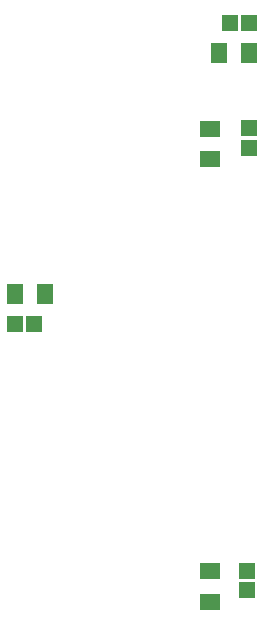
<source format=gbr>
%TF.GenerationSoftware,Altium Limited,Altium Designer,20.0.13 (296)*%
G04 Layer_Color=128*
%FSLAX26Y26*%
%MOIN*%
%TF.FileFunction,Paste,Bot*%
%TF.Part,Single*%
G01*
G75*
%TA.AperFunction,SMDPad,CuDef*%
%ADD15R,0.057087X0.053150*%
%ADD34R,0.070866X0.055118*%
%ADD35R,0.055118X0.070866*%
%ADD36R,0.053150X0.057087*%
D15*
X3570276Y3427520D02*
D03*
Y3492480D02*
D03*
X3565276Y2017480D02*
D03*
Y1952520D02*
D03*
D34*
X3440276Y3491181D02*
D03*
Y3388819D02*
D03*
Y1913819D02*
D03*
Y2016181D02*
D03*
D35*
X3469685Y3743189D02*
D03*
X3572047D02*
D03*
X2891457Y2940000D02*
D03*
X2789095D02*
D03*
D36*
X3506890Y3842520D02*
D03*
X3571850D02*
D03*
X2790315Y2840000D02*
D03*
X2855276D02*
D03*
%TF.MD5,7ea61c2c7e4b7b606d476158a0f46d8c*%
M02*

</source>
